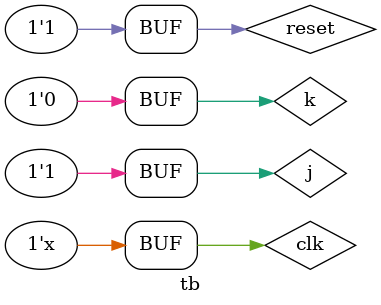
<source format=v>
module tb(); 
reg clk; reg 
reset; 
reg j,k; 
 
wire q; 
wire qb; 
 
JK dut ( .clk(clk), .reset(reset), 
.j(j), .k(k), .q(q), .q_bar(qb) ); 
 
initial begin 
$monitor(clk,j,k,q,qb,reset); 
 
j = 1'b0; k = 
1'b0; reset = 
1; 
clk=1; 
 
#10 reset=0; 
j=1'b1; 
k=1'b0; 
 
#100 reset=0; 
j=1'b0; 
k=1'b1; 
#100 reset=0;
j=1'b1; 
k=1'b1; 
 
#100 reset=0; 
j=1'b0; 
k=1'b0;
#100 reset=1; 
j=1'b1; 
k=1'b0; 
 
end 
always #25 clk <= ~clk; 
 
endmodule
</source>
